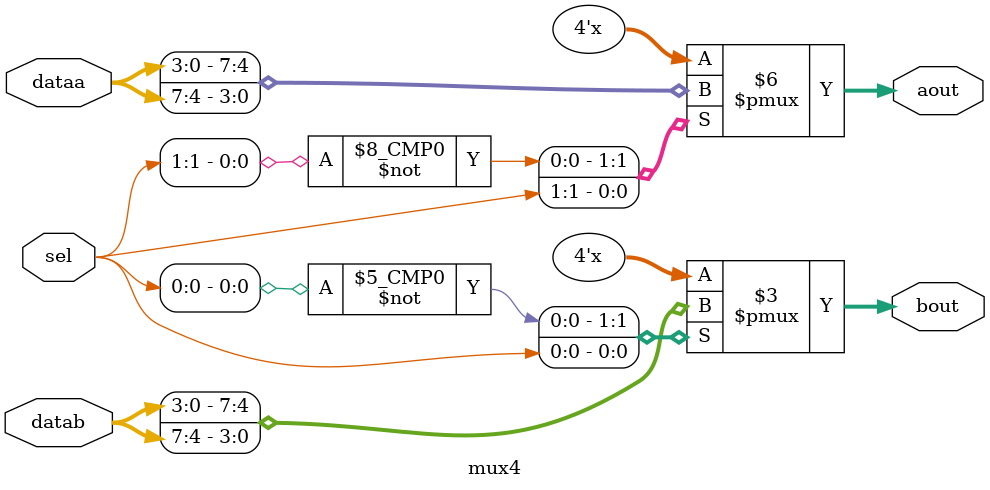
<source format=v>
`timescale 1ns / 1ps



module mux4 (
input [7 : 0] dataa ,
input [7 : 0] datab ,
input [1 : 0] sel,
output reg [3:0] aout ,
output reg [3:0] bout
);
  always@(dataa ,sel[1])
   begin
     aout =8'd0 ;
     case(sel[1])
       1'b0 : aout = dataa[3 : 0] ;
       1'b1 : aout = dataa[7 : 4] ;
       default : aout =8'd0 ;
     endcase
   end
always@(datab , sel[0])
   begin
     bout =8'd0 ;
     case(sel[0])
       1'b0 : bout = datab[3 : 0] ;
       1'b1 : bout = datab[7 : 4] ;
       default : bout = 8'd0 ;
   endcase
 end
endmodule


</source>
